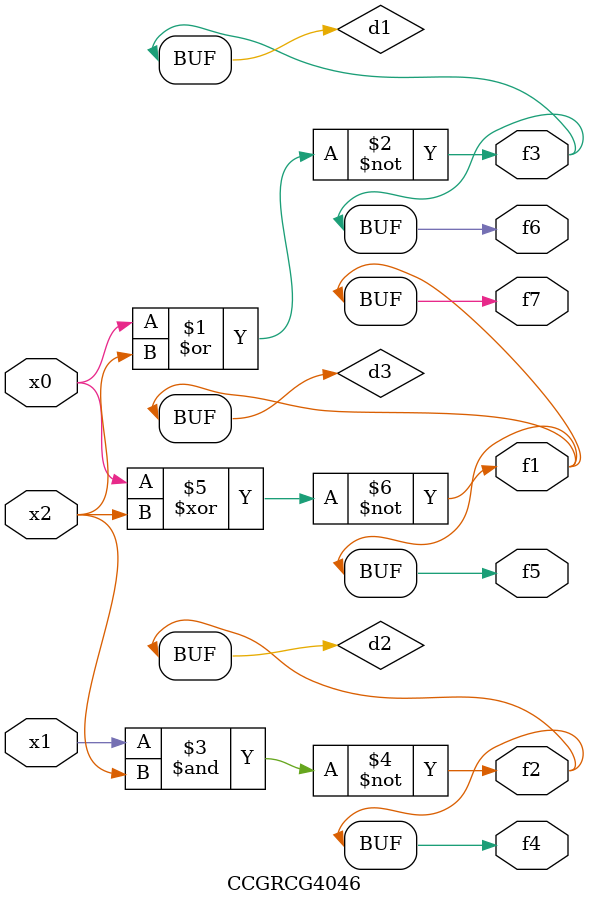
<source format=v>
module CCGRCG4046(
	input x0, x1, x2,
	output f1, f2, f3, f4, f5, f6, f7
);

	wire d1, d2, d3;

	nor (d1, x0, x2);
	nand (d2, x1, x2);
	xnor (d3, x0, x2);
	assign f1 = d3;
	assign f2 = d2;
	assign f3 = d1;
	assign f4 = d2;
	assign f5 = d3;
	assign f6 = d1;
	assign f7 = d3;
endmodule

</source>
